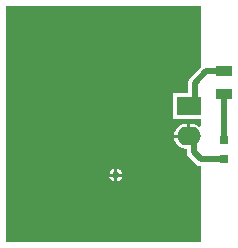
<source format=gbl>
G04*
G04 #@! TF.GenerationSoftware,Altium Limited,Altium Designer,20.0.13 (296)*
G04*
G04 Layer_Physical_Order=2*
G04 Layer_Color=16711680*
%FSLAX25Y25*%
%MOIN*%
G70*
G01*
G75*
%ADD13R,0.03150X0.03150*%
%ADD14R,0.05709X0.03740*%
%ADD19C,0.01968*%
%ADD20R,0.07874X0.06299*%
%ADD21O,0.07874X0.06299*%
%ADD22C,0.02362*%
G36*
X64961Y78740D02*
Y58240D01*
X61431Y54711D01*
X60952Y53995D01*
X60784Y53150D01*
Y49606D01*
X55905D01*
Y40945D01*
X64961D01*
Y38719D01*
X64461Y38473D01*
X63904Y38900D01*
X62894Y39318D01*
X61811Y39461D01*
X61524D01*
Y35276D01*
X61024D01*
Y34776D01*
X56117D01*
X56193Y34192D01*
X56612Y33183D01*
X57277Y32316D01*
X58144Y31651D01*
X59153Y31233D01*
X60236Y31090D01*
X60432D01*
Y29880D01*
X60600Y29035D01*
X61079Y28319D01*
X63399Y25998D01*
X64116Y25519D01*
X64961Y25351D01*
Y-0D01*
X0Y0D01*
X-0Y78740D01*
X64961Y78740D01*
D02*
G37*
%LPC*%
G36*
X60524Y39461D02*
X60236D01*
X59153Y39318D01*
X58144Y38900D01*
X57277Y38235D01*
X56612Y37368D01*
X56193Y36359D01*
X56117Y35776D01*
X60524D01*
Y39461D01*
D02*
G37*
G36*
X37213Y24467D02*
Y22842D01*
X38837D01*
X38767Y23193D01*
X38285Y23915D01*
X37564Y24397D01*
X37213Y24467D01*
D02*
G37*
G36*
X36213D02*
X35862Y24397D01*
X35140Y23915D01*
X34658Y23193D01*
X34588Y22842D01*
X36213D01*
Y24467D01*
D02*
G37*
G36*
X38837Y21843D02*
X37213D01*
Y20218D01*
X37564Y20288D01*
X38285Y20770D01*
X38767Y21492D01*
X38837Y21843D01*
D02*
G37*
G36*
X36213D02*
X34588D01*
X34658Y21492D01*
X35140Y20770D01*
X35862Y20288D01*
X36213Y20218D01*
Y21843D01*
D02*
G37*
%LPD*%
D13*
X72835Y34055D02*
D03*
Y27559D02*
D03*
D14*
Y49311D02*
D03*
Y56988D02*
D03*
D19*
X61024Y35276D02*
X62640Y33660D01*
Y29880D02*
Y33660D01*
Y29880D02*
X64961Y27559D01*
X72835D01*
Y34055D02*
Y49311D01*
X66831Y56988D02*
X72835D01*
X62992Y53150D02*
X66831Y56988D01*
X61024Y45276D02*
X62992Y47244D01*
Y53150D01*
D20*
X61024Y45276D02*
D03*
D21*
Y35276D02*
D03*
D22*
X36713Y22343D02*
D03*
M02*

</source>
